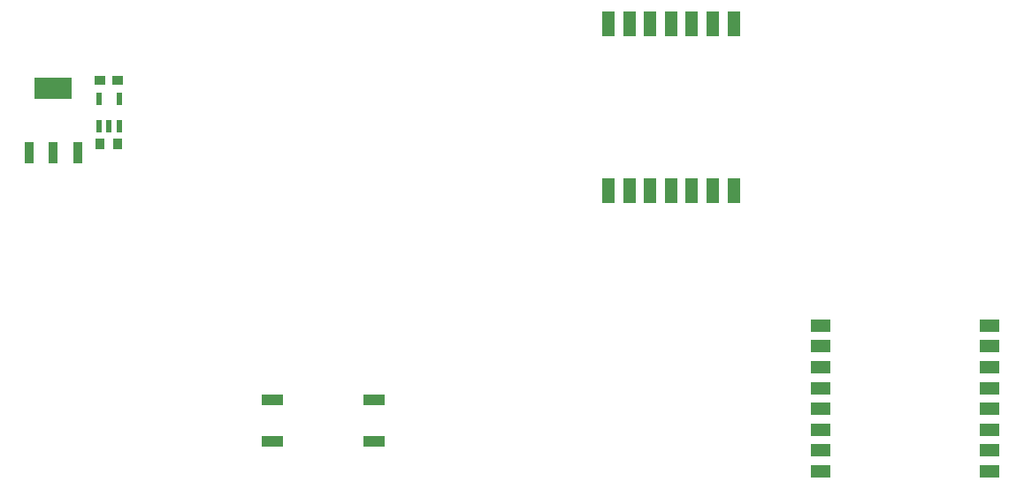
<source format=gtp>
G75*
%MOIN*%
%OFA0B0*%
%FSLAX24Y24*%
%IPPOS*%
%LPD*%
%AMOC8*
5,1,8,0,0,1.08239X$1,22.5*
%
%ADD10R,0.0480X0.0980*%
%ADD11R,0.0767X0.0452*%
%ADD12R,0.0374X0.0807*%
%ADD13R,0.1437X0.0807*%
%ADD14R,0.0197X0.0452*%
%ADD15R,0.0374X0.0413*%
%ADD16R,0.0413X0.0374*%
%ADD17R,0.0840X0.0400*%
D10*
X023198Y014918D03*
X023985Y014918D03*
X024773Y014918D03*
X025560Y014918D03*
X026347Y014918D03*
X027135Y014918D03*
X027922Y014918D03*
X027922Y021218D03*
X027135Y021218D03*
X026347Y021218D03*
X025560Y021218D03*
X024773Y021218D03*
X023985Y021218D03*
X023198Y021218D03*
D11*
X031204Y009843D03*
X031204Y009055D03*
X031204Y008268D03*
X031204Y007480D03*
X031204Y006693D03*
X031204Y005906D03*
X031204Y005118D03*
X031204Y004331D03*
X037582Y004331D03*
X037582Y005118D03*
X037582Y005906D03*
X037582Y006693D03*
X037582Y007480D03*
X037582Y008268D03*
X037582Y009055D03*
X037582Y009843D03*
D12*
X003186Y016364D03*
X002280Y016364D03*
X001374Y016364D03*
D13*
X002280Y018805D03*
D14*
X004006Y018396D03*
X004754Y018396D03*
X004754Y017372D03*
X004380Y017372D03*
X004006Y017372D03*
D15*
X004045Y016684D03*
X004715Y016684D03*
D16*
X004715Y019084D03*
X004045Y019084D03*
D17*
X010521Y005467D03*
X010521Y007042D03*
X014380Y007042D03*
X014380Y005467D03*
M02*

</source>
